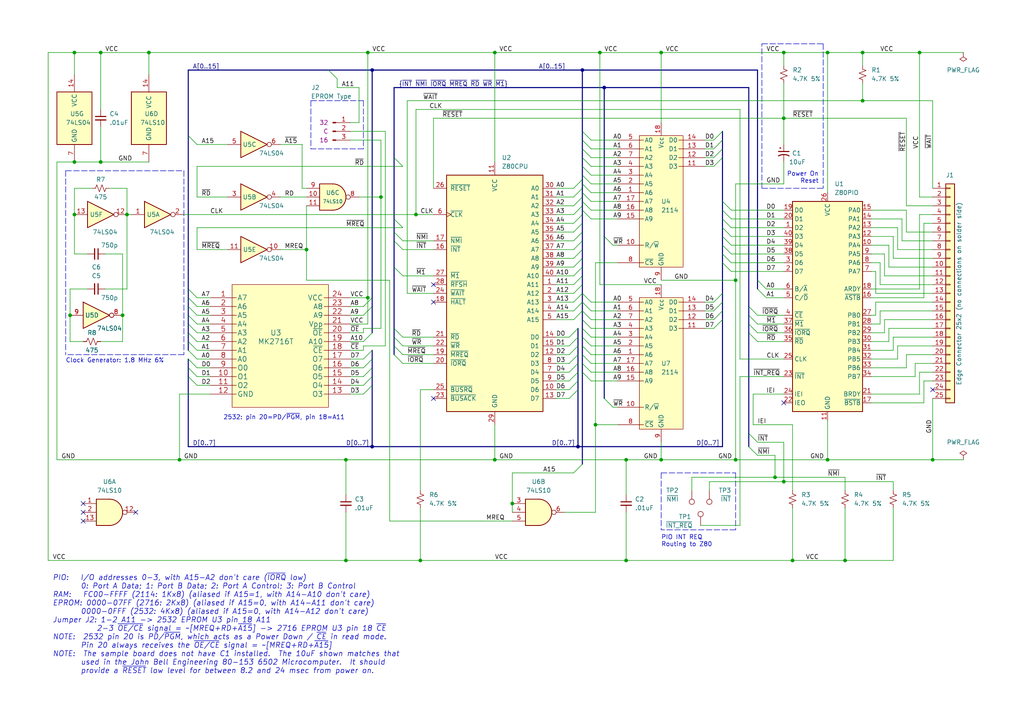
<source format=kicad_sch>
(kicad_sch (version 20211123) (generator eeschema)
  (paper "A4")
  (title_block (title "80-280 Z80 Computer") (date "2022-08-09") (rev "1.8") (company "John Bell Jr.") (comment 1 "NOTE: EPROM 2716 2Kx8 or 2532 4Kx8") (comment 2 "07/27/2022 Verified by continuity check") (comment 3 "by Sig Nin, Morgan Hill, CA") (comment 4 "Reverse engineering from sample board"))
  (junction (at 143.51 15.24))
  (junction (at 110.49 57.15))
  (junction (at 120.65 62.23))
  (junction (at 106.68 86.36))
  (junction (at 240.03 133.35))
  (junction (at 21.59 46.99))
  (junction (at 181.61 162.56))
  (junction (at 100.33 133.35))
  (junction (at 227.33 15.24))
  (junction (at 250.19 29.21))
  (junction (at 175.26 25.4))
  (junction (at 172.72 123.19))
  (junction (at 266.7 15.24))
  (junction (at 213.36 81.28))
  (junction (at 100.33 162.56))
  (junction (at 173.99 15.24))
  (junction (at 227.33 34.29))
  (junction (at 21.59 62.23))
  (junction (at 229.87 162.56))
  (junction (at 245.11 162.56))
  (junction (at 43.18 15.24))
  (junction (at 88.9 72.39))
  (junction (at 191.77 133.35))
  (junction (at 191.77 15.24))
  (junction (at 213.36 133.35))
  (junction (at 167.64 129.54))
  (junction (at 148.59 146.05))
  (junction (at 168.91 20.32))
  (junction (at 106.68 15.24))
  (junction (at 29.21 15.24))
  (junction (at 227.33 139.7))
  (junction (at 21.59 15.24))
  (junction (at 29.21 46.99))
  (junction (at 107.95 20.32))
  (junction (at 250.19 15.24))
  (junction (at 143.51 133.35))
  (junction (at 35.56 91.44))
  (junction (at 36.83 62.23))
  (junction (at 52.07 133.35))
  (junction (at 270.51 133.35))
  (junction (at 224.79 138.43))
  (junction (at 121.92 162.56))
  (junction (at 181.61 133.35))
  (junction (at 240.03 15.24))
  (junction (at 20.32 91.44))
  (junction (at 107.95 129.54))
  (no_connect (at 125.73 82.55))
  (no_connect (at 270.51 113.03))
  (no_connect (at 24.13 146.05))
  (no_connect (at 24.13 148.59))
  (no_connect (at 227.33 116.84))
  (no_connect (at 125.73 87.63))
  (no_connect (at 125.73 115.57))
  (no_connect (at 39.37 148.59))
  (no_connect (at 24.13 151.13))
  (bus_entry (at 168.91 77.47) (size -2.54 2.54))
  (bus_entry (at 167.64 100.33) (size -2.54 2.54))
  (bus_entry (at 167.64 97.79) (size -2.54 2.54))
  (bus_entry (at 167.64 102.87) (size -2.54 2.54))
  (bus_entry (at 167.64 105.41) (size -2.54 2.54))
  (bus_entry (at 167.64 107.95) (size -2.54 2.54))
  (bus_entry (at 167.64 110.49) (size -2.54 2.54))
  (bus_entry (at 167.64 113.03) (size -2.54 2.54))
  (bus_entry (at 167.64 95.25) (size -2.54 2.54))
  (bus_entry (at 107.95 86.36) (size -2.54 2.54))
  (bus_entry (at 107.95 88.9) (size -2.54 2.54))
  (bus_entry (at 107.95 96.52) (size -2.54 2.54))
  (bus_entry (at 168.91 54.61) (size -2.54 2.54))
  (bus_entry (at 209.55 45.72) (size -2.54 2.54))
  (bus_entry (at 114.3 95.25) (size 2.54 2.54))
  (bus_entry (at 107.95 101.6) (size -2.54 2.54))
  (bus_entry (at 107.95 106.68) (size -2.54 2.54))
  (bus_entry (at 107.95 104.14) (size -2.54 2.54))
  (bus_entry (at 107.95 109.22) (size -2.54 2.54))
  (bus_entry (at 107.95 111.76) (size -2.54 2.54))
  (bus_entry (at 168.91 62.23) (size -2.54 2.54))
  (bus_entry (at 114.3 100.33) (size 2.54 2.54))
  (bus_entry (at 114.3 97.79) (size 2.54 2.54))
  (bus_entry (at 168.91 80.01) (size -2.54 2.54))
  (bus_entry (at 168.91 85.09) (size -2.54 2.54))
  (bus_entry (at 168.91 134.62) (size -2.54 2.54))
  (bus_entry (at 95.25 20.32) (size 2.54 2.54))
  (bus_entry (at 175.26 115.57) (size 2.54 2.54))
  (bus_entry (at 114.3 45.72) (size 2.54 2.54))
  (bus_entry (at 114.3 63.5) (size 2.54 2.54))
  (bus_entry (at 168.91 72.39) (size -2.54 2.54))
  (bus_entry (at 217.17 88.9) (size 2.54 2.54))
  (bus_entry (at 54.61 39.37) (size 2.54 2.54))
  (bus_entry (at 168.91 74.93) (size -2.54 2.54))
  (bus_entry (at 217.17 96.52) (size 2.54 2.54))
  (bus_entry (at 168.91 67.31) (size -2.54 2.54))
  (bus_entry (at 209.55 40.64) (size -2.54 2.54))
  (bus_entry (at 219.71 83.82) (size 2.54 2.54))
  (bus_entry (at 219.71 81.28) (size 2.54 2.54))
  (bus_entry (at 168.91 57.15) (size -2.54 2.54))
  (bus_entry (at 54.61 109.22) (size 2.54 2.54))
  (bus_entry (at 54.61 104.14) (size 2.54 2.54))
  (bus_entry (at 54.61 106.68) (size 2.54 2.54))
  (bus_entry (at 114.3 67.31) (size 2.54 2.54))
  (bus_entry (at 114.3 69.85) (size 2.54 2.54))
  (bus_entry (at 114.3 77.47) (size 2.54 2.54))
  (bus_entry (at 209.55 38.1) (size -2.54 2.54))
  (bus_entry (at 209.55 58.42) (size 2.54 2.54))
  (bus_entry (at 209.55 60.96) (size 2.54 2.54))
  (bus_entry (at 209.55 63.5) (size 2.54 2.54))
  (bus_entry (at 209.55 66.04) (size 2.54 2.54))
  (bus_entry (at 209.55 68.58) (size 2.54 2.54))
  (bus_entry (at 209.55 71.12) (size 2.54 2.54))
  (bus_entry (at 209.55 73.66) (size 2.54 2.54))
  (bus_entry (at 209.55 76.2) (size 2.54 2.54))
  (bus_entry (at 209.55 92.71) (size -2.54 2.54))
  (bus_entry (at 209.55 90.17) (size -2.54 2.54))
  (bus_entry (at 209.55 87.63) (size -2.54 2.54))
  (bus_entry (at 209.55 85.09) (size -2.54 2.54))
  (bus_entry (at 168.91 69.85) (size -2.54 2.54))
  (bus_entry (at 168.91 38.1) (size 2.54 2.54))
  (bus_entry (at 168.91 40.64) (size 2.54 2.54))
  (bus_entry (at 168.91 55.88) (size 2.54 2.54))
  (bus_entry (at 168.91 58.42) (size 2.54 2.54))
  (bus_entry (at 168.91 60.96) (size 2.54 2.54))
  (bus_entry (at 168.91 43.18) (size 2.54 2.54))
  (bus_entry (at 168.91 45.72) (size 2.54 2.54))
  (bus_entry (at 168.91 48.26) (size 2.54 2.54))
  (bus_entry (at 168.91 50.8) (size 2.54 2.54))
  (bus_entry (at 168.91 53.34) (size 2.54 2.54))
  (bus_entry (at 217.17 125.73) (size 2.54 2.54))
  (bus_entry (at 168.91 82.55) (size -2.54 2.54))
  (bus_entry (at 54.61 101.6) (size 2.54 2.54))
  (bus_entry (at 175.26 68.58) (size 2.54 2.54))
  (bus_entry (at 217.17 91.44) (size 2.54 2.54))
  (bus_entry (at 217.17 93.98) (size 2.54 2.54))
  (bus_entry (at 114.3 102.87) (size 2.54 2.54))
  (bus_entry (at 168.91 59.69) (size -2.54 2.54))
  (bus_entry (at 168.91 90.17) (size -2.54 2.54))
  (bus_entry (at 54.61 96.52) (size 2.54 2.54))
  (bus_entry (at 54.61 93.98) (size 2.54 2.54))
  (bus_entry (at 54.61 91.44) (size 2.54 2.54))
  (bus_entry (at 54.61 99.06) (size 2.54 2.54))
  (bus_entry (at 54.61 88.9) (size 2.54 2.54))
  (bus_entry (at 54.61 86.36) (size 2.54 2.54))
  (bus_entry (at 54.61 83.82) (size 2.54 2.54))
  (bus_entry (at 168.91 87.63) (size -2.54 2.54))
  (bus_entry (at 217.17 129.54) (size 2.54 2.54))
  (bus_entry (at 168.91 64.77) (size -2.54 2.54))
  (bus_entry (at 168.91 52.07) (size -2.54 2.54))
  (bus_entry (at 168.91 87.63) (size 2.54 2.54))
  (bus_entry (at 168.91 90.17) (size 2.54 2.54))
  (bus_entry (at 168.91 95.25) (size 2.54 2.54))
  (bus_entry (at 168.91 92.71) (size 2.54 2.54))
  (bus_entry (at 168.91 85.09) (size 2.54 2.54))
  (bus_entry (at 168.91 102.87) (size 2.54 2.54))
  (bus_entry (at 168.91 107.95) (size 2.54 2.54))
  (bus_entry (at 168.91 105.41) (size 2.54 2.54))
  (bus_entry (at 168.91 100.33) (size 2.54 2.54))
  (bus_entry (at 168.91 97.79) (size 2.54 2.54))
  (bus_entry (at 209.55 43.18) (size -2.54 2.54))
  (wire (pts (xy 219.71 96.52) (xy 227.33 96.52)))
  (bus (pts (xy 95.25 20.32) (xy 107.95 20.32)))
  (wire (pts (xy 252.73 68.58) (xy 259.08 68.58)))
  (wire (pts (xy 57.15 111.76) (xy 60.96 111.76)))
  (wire (pts (xy 212.09 66.04) (xy 227.33 66.04)))
  (wire (pts (xy 121.92 147.32) (xy 121.92 162.56)))
  (wire (pts (xy 252.73 109.22) (xy 265.43 109.22)))
  (bus (pts (xy 168.91 74.93) (xy 168.91 77.47)))
  (wire (pts (xy 66.04 72.39) (xy 57.15 72.39)))
  (wire (pts (xy 227.33 24.13) (xy 227.33 34.29)))
  (wire (pts (xy 267.97 116.84) (xy 267.97 110.49)))
  (wire (pts (xy 270.51 62.23) (xy 266.7 62.23)))
  (wire (pts (xy 104.14 35.56) (xy 101.6 35.56)))
  (wire (pts (xy 29.21 46.99) (xy 43.18 46.99)))
  (bus (pts (xy 168.91 20.32) (xy 219.71 20.32)))
  (wire (pts (xy 212.09 78.74) (xy 227.33 78.74)))
  (bus (pts (xy 209.55 90.17) (xy 209.55 92.71)))
  (polyline (pts (xy 90.17 29.21) (xy 90.17 43.18)))
  (wire (pts (xy 29.21 36.83) (xy 29.21 46.99)))
  (wire (pts (xy 35.56 99.06) (xy 35.56 91.44)))
  (wire (pts (xy 161.29 102.87) (xy 165.1 102.87)))
  (wire (pts (xy 118.11 29.21) (xy 118.11 85.09)))
  (bus (pts (xy 168.91 52.07) (xy 168.91 53.34)))
  (wire (pts (xy 252.73 96.52) (xy 256.54 96.52)))
  (wire (pts (xy 255.27 90.17) (xy 270.51 90.17)))
  (wire (pts (xy 26.67 54.61) (xy 21.59 54.61)))
  (polyline (pts (xy 19.05 49.53) (xy 53.34 49.53)))
  (wire (pts (xy 212.09 60.96) (xy 227.33 60.96)))
  (wire (pts (xy 252.73 106.68) (xy 262.89 106.68)))
  (bus (pts (xy 107.95 109.22) (xy 107.95 111.76)))
  (bus (pts (xy 107.95 106.68) (xy 107.95 109.22)))
  (wire (pts (xy 213.36 53.34) (xy 213.36 81.28)))
  (wire (pts (xy 30.48 83.82) (xy 36.83 83.82)))
  (wire (pts (xy 57.15 101.6) (xy 60.96 101.6)))
  (bus (pts (xy 168.91 60.96) (xy 168.91 62.23)))
  (wire (pts (xy 171.45 43.18) (xy 179.07 43.18)))
  (wire (pts (xy 252.73 83.82) (xy 266.7 83.82)))
  (wire (pts (xy 171.45 95.25) (xy 179.07 95.25)))
  (wire (pts (xy 101.6 96.52) (xy 105.41 96.52)))
  (wire (pts (xy 57.15 96.52) (xy 60.96 96.52)))
  (wire (pts (xy 213.36 53.34) (xy 227.33 53.34)))
  (wire (pts (xy 266.7 15.24) (xy 266.7 57.15)))
  (wire (pts (xy 240.03 121.92) (xy 240.03 133.35)))
  (wire (pts (xy 57.15 72.39) (xy 57.15 66.04)))
  (polyline (pts (xy 19.05 49.53) (xy 19.05 102.87)))
  (wire (pts (xy 214.63 104.14) (xy 227.33 104.14)))
  (bus (pts (xy 209.55 63.5) (xy 209.55 66.04)))
  (wire (pts (xy 259.08 68.58) (xy 259.08 74.93)))
  (wire (pts (xy 29.21 31.75) (xy 29.21 15.24)))
  (wire (pts (xy 172.72 76.2) (xy 172.72 123.19)))
  (wire (pts (xy 179.07 76.2) (xy 172.72 76.2)))
  (bus (pts (xy 107.95 88.9) (xy 107.95 96.52)))
  (wire (pts (xy 214.63 109.22) (xy 227.33 109.22)))
  (wire (pts (xy 106.68 15.24) (xy 143.51 15.24)))
  (wire (pts (xy 266.7 107.95) (xy 270.51 107.95)))
  (wire (pts (xy 101.6 88.9) (xy 105.41 88.9)))
  (wire (pts (xy 267.97 110.49) (xy 270.51 110.49)))
  (bus (pts (xy 168.91 20.32) (xy 168.91 38.1)))
  (wire (pts (xy 21.59 73.66) (xy 21.59 62.23)))
  (bus (pts (xy 168.91 85.09) (xy 168.91 87.63)))
  (wire (pts (xy 143.51 123.19) (xy 143.51 133.35)))
  (wire (pts (xy 57.15 104.14) (xy 60.96 104.14)))
  (wire (pts (xy 13.97 15.24) (xy 13.97 162.56)))
  (wire (pts (xy 181.61 162.56) (xy 229.87 162.56)))
  (bus (pts (xy 114.3 67.31) (xy 114.3 69.85)))
  (wire (pts (xy 171.45 53.34) (xy 179.07 53.34)))
  (wire (pts (xy 259.08 142.24) (xy 259.08 139.7)))
  (wire (pts (xy 229.87 123.19) (xy 229.87 142.24)))
  (wire (pts (xy 219.71 91.44) (xy 227.33 91.44)))
  (bus (pts (xy 209.55 68.58) (xy 209.55 71.12)))
  (bus (pts (xy 209.55 87.63) (xy 209.55 90.17)))
  (wire (pts (xy 252.73 78.74) (xy 254 78.74)))
  (bus (pts (xy 54.61 93.98) (xy 54.61 91.44)))
  (bus (pts (xy 114.3 100.33) (xy 114.3 102.87)))
  (wire (pts (xy 57.15 93.98) (xy 60.96 93.98)))
  (wire (pts (xy 270.51 29.21) (xy 270.51 54.61)))
  (wire (pts (xy 227.33 15.24) (xy 240.03 15.24)))
  (wire (pts (xy 262.89 102.87) (xy 270.51 102.87)))
  (wire (pts (xy 161.29 59.69) (xy 166.37 59.69)))
  (bus (pts (xy 209.55 73.66) (xy 209.55 76.2)))
  (wire (pts (xy 270.51 133.35) (xy 279.4 133.35)))
  (wire (pts (xy 254 85.09) (xy 270.51 85.09)))
  (polyline (pts (xy 90.17 29.21) (xy 105.41 29.21)))
  (wire (pts (xy 227.33 34.29) (xy 262.89 34.29)))
  (wire (pts (xy 120.65 62.23) (xy 125.73 62.23)))
  (bus (pts (xy 209.55 45.72) (xy 209.55 58.42)))
  (bus (pts (xy 168.91 57.15) (xy 168.91 58.42)))
  (wire (pts (xy 57.15 109.22) (xy 60.96 109.22)))
  (bus (pts (xy 217.17 96.52) (xy 217.17 125.73)))
  (wire (pts (xy 250.19 15.24) (xy 266.7 15.24)))
  (wire (pts (xy 161.29 110.49) (xy 165.1 110.49)))
  (bus (pts (xy 209.55 85.09) (xy 209.55 87.63)))
  (wire (pts (xy 260.35 72.39) (xy 270.51 72.39)))
  (wire (pts (xy 43.18 15.24) (xy 43.18 21.59)))
  (wire (pts (xy 101.6 114.3) (xy 105.41 114.3)))
  (wire (pts (xy 110.49 40.64) (xy 110.49 57.15)))
  (wire (pts (xy 110.49 95.25) (xy 110.49 57.15)))
  (bus (pts (xy 209.55 40.64) (xy 209.55 43.18)))
  (polyline (pts (xy 220.98 54.61) (xy 220.98 12.7)))
  (wire (pts (xy 171.45 60.96) (xy 179.07 60.96)))
  (wire (pts (xy 252.73 114.3) (xy 266.7 114.3)))
  (wire (pts (xy 259.08 74.93) (xy 270.51 74.93)))
  (wire (pts (xy 257.81 95.25) (xy 270.51 95.25)))
  (wire (pts (xy 245.11 142.24) (xy 245.11 138.43)))
  (bus (pts (xy 114.3 63.5) (xy 114.3 67.31)))
  (bus (pts (xy 168.91 87.63) (xy 168.91 90.17)))
  (bus (pts (xy 167.64 102.87) (xy 167.64 105.41)))
  (wire (pts (xy 205.74 142.24) (xy 205.74 139.7)))
  (wire (pts (xy 172.72 123.19) (xy 179.07 123.19)))
  (wire (pts (xy 21.59 54.61) (xy 21.59 62.23)))
  (bus (pts (xy 168.91 64.77) (xy 168.91 67.31)))
  (wire (pts (xy 240.03 133.35) (xy 270.51 133.35)))
  (wire (pts (xy 171.45 55.88) (xy 179.07 55.88)))
  (bus (pts (xy 107.95 129.54) (xy 167.64 129.54)))
  (wire (pts (xy 219.71 93.98) (xy 227.33 93.98)))
  (bus (pts (xy 219.71 81.28) (xy 219.71 83.82)))
  (bus (pts (xy 167.64 129.54) (xy 209.55 129.54)))
  (wire (pts (xy 101.6 111.76) (xy 105.41 111.76)))
  (wire (pts (xy 257.81 77.47) (xy 270.51 77.47)))
  (bus (pts (xy 168.91 59.69) (xy 168.91 60.96)))
  (wire (pts (xy 173.99 15.24) (xy 191.77 15.24)))
  (wire (pts (xy 161.29 115.57) (xy 165.1 115.57)))
  (bus (pts (xy 168.91 72.39) (xy 168.91 74.93)))
  (bus (pts (xy 114.3 25.4) (xy 114.3 45.72)))
  (wire (pts (xy 57.15 86.36) (xy 60.96 86.36)))
  (wire (pts (xy 16.51 133.35) (xy 16.51 46.99)))
  (wire (pts (xy 57.15 66.04) (xy 116.84 66.04)))
  (wire (pts (xy 240.03 15.24) (xy 250.19 15.24)))
  (wire (pts (xy 143.51 15.24) (xy 173.99 15.24)))
  (wire (pts (xy 270.51 64.77) (xy 267.97 64.77)))
  (wire (pts (xy 266.7 62.23) (xy 266.7 83.82)))
  (wire (pts (xy 171.45 97.79) (xy 179.07 97.79)))
  (wire (pts (xy 191.77 128.27) (xy 191.77 133.35)))
  (wire (pts (xy 255.27 76.2) (xy 255.27 82.55)))
  (bus (pts (xy 167.64 107.95) (xy 167.64 110.49)))
  (wire (pts (xy 25.4 73.66) (xy 21.59 73.66)))
  (wire (pts (xy 57.15 91.44) (xy 60.96 91.44)))
  (bus (pts (xy 175.26 25.4) (xy 175.26 68.58)))
  (wire (pts (xy 121.92 113.03) (xy 121.92 142.24)))
  (bus (pts (xy 175.26 68.58) (xy 175.26 115.57)))
  (wire (pts (xy 113.03 151.13) (xy 113.03 81.28)))
  (wire (pts (xy 116.84 72.39) (xy 125.73 72.39)))
  (wire (pts (xy 125.73 34.29) (xy 125.73 54.61)))
  (wire (pts (xy 30.48 73.66) (xy 35.56 73.66)))
  (wire (pts (xy 161.29 97.79) (xy 165.1 97.79)))
  (wire (pts (xy 227.33 99.06) (xy 219.71 99.06)))
  (bus (pts (xy 167.64 97.79) (xy 167.64 100.33)))
  (wire (pts (xy 204.47 43.18) (xy 207.01 43.18)))
  (wire (pts (xy 87.63 41.91) (xy 87.63 54.61)))
  (wire (pts (xy 101.6 93.98) (xy 106.68 93.98)))
  (wire (pts (xy 229.87 147.32) (xy 229.87 162.56)))
  (bus (pts (xy 168.91 45.72) (xy 168.91 48.26)))
  (wire (pts (xy 252.73 91.44) (xy 254 91.44)))
  (bus (pts (xy 54.61 106.68) (xy 54.61 109.22)))
  (bus (pts (xy 54.61 20.32) (xy 95.25 20.32)))
  (wire (pts (xy 113.03 81.28) (xy 88.9 81.28)))
  (wire (pts (xy 116.84 105.41) (xy 125.73 105.41)))
  (wire (pts (xy 87.63 54.61) (xy 88.9 54.61)))
  (wire (pts (xy 259.08 97.79) (xy 270.51 97.79)))
  (polyline (pts (xy 213.36 153.67) (xy 191.77 153.67)))
  (wire (pts (xy 101.6 86.36) (xy 106.68 86.36)))
  (wire (pts (xy 101.6 101.6) (xy 105.41 101.6)))
  (wire (pts (xy 104.14 57.15) (xy 110.49 57.15)))
  (wire (pts (xy 203.2 152.4) (xy 214.63 152.4)))
  (wire (pts (xy 213.36 81.28) (xy 213.36 133.35)))
  (bus (pts (xy 54.61 88.9) (xy 54.61 86.36)))
  (wire (pts (xy 204.47 90.17) (xy 207.01 90.17)))
  (bus (pts (xy 168.91 107.95) (xy 168.91 134.62)))
  (wire (pts (xy 177.8 71.12) (xy 179.07 71.12)))
  (wire (pts (xy 191.77 81.28) (xy 213.36 81.28)))
  (wire (pts (xy 171.45 102.87) (xy 179.07 102.87)))
  (bus (pts (xy 54.61 86.36) (xy 54.61 83.82)))
  (wire (pts (xy 101.6 99.06) (xy 105.41 99.06)))
  (bus (pts (xy 167.64 113.03) (xy 167.64 129.54)))
  (wire (pts (xy 171.45 40.64) (xy 179.07 40.64)))
  (bus (pts (xy 107.95 101.6) (xy 107.95 104.14)))
  (wire (pts (xy 161.29 77.47) (xy 166.37 77.47)))
  (bus (pts (xy 209.55 66.04) (xy 209.55 68.58)))
  (wire (pts (xy 259.08 147.32) (xy 259.08 162.56)))
  (wire (pts (xy 100.33 162.56) (xy 121.92 162.56)))
  (bus (pts (xy 114.3 95.25) (xy 114.3 97.79)))
  (bus (pts (xy 54.61 129.54) (xy 107.95 129.54)))
  (wire (pts (xy 204.47 40.64) (xy 207.01 40.64)))
  (wire (pts (xy 120.65 31.75) (xy 214.63 31.75)))
  (polyline (pts (xy 105.41 29.21) (xy 105.41 43.18)))
  (wire (pts (xy 173.99 15.24) (xy 173.99 82.55)))
  (wire (pts (xy 255.27 93.98) (xy 255.27 90.17)))
  (wire (pts (xy 171.45 87.63) (xy 179.07 87.63)))
  (wire (pts (xy 252.73 99.06) (xy 257.81 99.06)))
  (wire (pts (xy 101.6 104.14) (xy 105.41 104.14)))
  (wire (pts (xy 116.84 102.87) (xy 125.73 102.87)))
  (wire (pts (xy 212.09 73.66) (xy 227.33 73.66)))
  (wire (pts (xy 100.33 148.59) (xy 100.33 162.56)))
  (wire (pts (xy 21.59 15.24) (xy 29.21 15.24)))
  (wire (pts (xy 148.59 146.05) (xy 148.59 137.16)))
  (wire (pts (xy 260.35 100.33) (xy 270.51 100.33)))
  (wire (pts (xy 161.29 87.63) (xy 166.37 87.63)))
  (bus (pts (xy 107.95 20.32) (xy 107.95 86.36)))
  (bus (pts (xy 209.55 129.54) (xy 209.55 92.71)))
  (wire (pts (xy 88.9 72.39) (xy 88.9 59.69)))
  (wire (pts (xy 161.29 107.95) (xy 165.1 107.95)))
  (wire (pts (xy 20.32 99.06) (xy 20.32 91.44)))
  (wire (pts (xy 250.19 29.21) (xy 270.51 29.21)))
  (bus (pts (xy 54.61 96.52) (xy 54.61 93.98)))
  (wire (pts (xy 171.45 110.49) (xy 179.07 110.49)))
  (wire (pts (xy 262.89 59.69) (xy 262.89 34.29)))
  (wire (pts (xy 227.33 139.7) (xy 259.08 139.7)))
  (wire (pts (xy 266.7 15.24) (xy 279.4 15.24)))
  (bus (pts (xy 168.91 54.61) (xy 168.91 55.88)))
  (wire (pts (xy 25.4 83.82) (xy 20.32 83.82)))
  (wire (pts (xy 161.29 57.15) (xy 166.37 57.15)))
  (wire (pts (xy 212.09 68.58) (xy 227.33 68.58)))
  (bus (pts (xy 209.55 76.2) (xy 209.55 85.09)))
  (wire (pts (xy 57.15 57.15) (xy 57.15 48.26)))
  (bus (pts (xy 168.91 38.1) (xy 168.91 40.64)))
  (wire (pts (xy 31.75 54.61) (xy 36.83 54.61)))
  (wire (pts (xy 161.29 62.23) (xy 166.37 62.23)))
  (wire (pts (xy 227.33 53.34) (xy 227.33 46.99)))
  (wire (pts (xy 259.08 101.6) (xy 259.08 97.79)))
  (bus (pts (xy 107.95 104.14) (xy 107.95 106.68)))
  (wire (pts (xy 43.18 15.24) (xy 106.68 15.24)))
  (wire (pts (xy 227.33 128.27) (xy 227.33 139.7)))
  (wire (pts (xy 214.63 31.75) (xy 214.63 104.14)))
  (wire (pts (xy 219.71 128.27) (xy 227.33 128.27)))
  (wire (pts (xy 106.68 86.36) (xy 106.68 15.24)))
  (wire (pts (xy 212.09 63.5) (xy 227.33 63.5)))
  (wire (pts (xy 101.6 40.64) (xy 110.49 40.64)))
  (bus (pts (xy 54.61 109.22) (xy 54.61 129.54)))
  (wire (pts (xy 256.54 73.66) (xy 256.54 80.01)))
  (bus (pts (xy 114.3 69.85) (xy 114.3 77.47)))
  (wire (pts (xy 224.79 132.08) (xy 224.79 138.43)))
  (wire (pts (xy 116.84 69.85) (xy 125.73 69.85)))
  (wire (pts (xy 227.33 15.24) (xy 227.33 19.05)))
  (wire (pts (xy 252.73 60.96) (xy 262.89 60.96)))
  (wire (pts (xy 250.19 15.24) (xy 250.19 19.05)))
  (bus (pts (xy 54.61 91.44) (xy 54.61 88.9)))
  (wire (pts (xy 161.29 92.71) (xy 166.37 92.71)))
  (wire (pts (xy 212.09 71.12) (xy 227.33 71.12)))
  (wire (pts (xy 116.84 97.79) (xy 125.73 97.79)))
  (wire (pts (xy 52.07 133.35) (xy 16.51 133.35)))
  (wire (pts (xy 36.83 54.61) (xy 36.83 62.23)))
  (bus (pts (xy 54.61 101.6) (xy 54.61 99.06)))
  (bus (pts (xy 168.91 53.34) (xy 168.91 54.61)))
  (bus (pts (xy 168.91 48.26) (xy 168.91 50.8)))
  (wire (pts (xy 163.83 148.59) (xy 172.72 148.59)))
  (wire (pts (xy 261.62 63.5) (xy 261.62 69.85)))
  (bus (pts (xy 209.55 58.42) (xy 209.55 60.96)))
  (bus (pts (xy 54.61 20.32) (xy 54.61 39.37)))
  (wire (pts (xy 161.29 80.01) (xy 166.37 80.01)))
  (bus (pts (xy 168.91 80.01) (xy 168.91 82.55)))
  (bus (pts (xy 168.91 90.17) (xy 168.91 92.71)))
  (wire (pts (xy 121.92 162.56) (xy 181.61 162.56)))
  (wire (pts (xy 57.15 48.26) (xy 116.84 48.26)))
  (bus (pts (xy 167.64 110.49) (xy 167.64 113.03)))
  (wire (pts (xy 20.32 83.82) (xy 20.32 91.44)))
  (wire (pts (xy 219.71 132.08) (xy 224.79 132.08)))
  (wire (pts (xy 191.77 82.55) (xy 173.99 82.55)))
  (bus (pts (xy 209.55 60.96) (xy 209.55 63.5)))
  (wire (pts (xy 240.03 55.88) (xy 240.03 15.24)))
  (wire (pts (xy 270.51 59.69) (xy 262.89 59.69)))
  (wire (pts (xy 111.76 38.1) (xy 111.76 100.33)))
  (bus (pts (xy 54.61 99.06) (xy 54.61 96.52)))
  (wire (pts (xy 161.29 85.09) (xy 166.37 85.09)))
  (wire (pts (xy 200.66 142.24) (xy 200.66 138.43)))
  (wire (pts (xy 21.59 15.24) (xy 21.59 21.59)))
  (wire (pts (xy 36.83 62.23) (xy 38.1 62.23)))
  (wire (pts (xy 214.63 152.4) (xy 214.63 109.22)))
  (bus (pts (xy 107.95 111.76) (xy 107.95 129.54)))
  (wire (pts (xy 265.43 109.22) (xy 265.43 105.41)))
  (wire (pts (xy 105.41 100.33) (xy 105.41 101.6)))
  (wire (pts (xy 191.77 133.35) (xy 181.61 133.35)))
  (bus (pts (xy 219.71 81.28) (xy 219.71 20.32)))
  (wire (pts (xy 270.51 115.57) (xy 270.51 133.35)))
  (wire (pts (xy 104.14 25.4) (xy 97.79 25.4)))
  (wire (pts (xy 254 91.44) (xy 254 87.63)))
  (polyline (pts (xy 191.77 137.16) (xy 213.36 137.16)))
  (wire (pts (xy 267.97 64.77) (xy 267.97 86.36)))
  (wire (pts (xy 161.29 113.03) (xy 165.1 113.03)))
  (wire (pts (xy 121.92 113.03) (xy 125.73 113.03)))
  (wire (pts (xy 200.66 138.43) (xy 224.79 138.43)))
  (wire (pts (xy 120.65 31.75) (xy 120.65 62.23)))
  (bus (pts (xy 54.61 104.14) (xy 54.61 106.68)))
  (wire (pts (xy 57.15 99.06) (xy 60.96 99.06)))
  (wire (pts (xy 171.45 100.33) (xy 179.07 100.33)))
  (wire (pts (xy 261.62 69.85) (xy 270.51 69.85)))
  (wire (pts (xy 57.15 57.15) (xy 66.04 57.15)))
  (wire (pts (xy 161.29 69.85) (xy 166.37 69.85)))
  (wire (pts (xy 171.45 105.41) (xy 179.07 105.41)))
  (wire (pts (xy 245.11 147.32) (xy 245.11 162.56)))
  (wire (pts (xy 106.68 93.98) (xy 106.68 86.36)))
  (wire (pts (xy 171.45 48.26) (xy 179.07 48.26)))
  (bus (pts (xy 209.55 43.18) (xy 209.55 45.72)))
  (wire (pts (xy 101.6 38.1) (xy 111.76 38.1)))
  (wire (pts (xy 148.59 151.13) (xy 113.03 151.13)))
  (wire (pts (xy 229.87 162.56) (xy 245.11 162.56)))
  (bus (pts (xy 167.64 100.33) (xy 167.64 102.87)))
  (wire (pts (xy 260.35 66.04) (xy 260.35 72.39)))
  (wire (pts (xy 256.54 96.52) (xy 256.54 92.71)))
  (bus (pts (xy 168.91 82.55) (xy 168.91 85.09)))
  (bus (pts (xy 217.17 25.4) (xy 217.17 88.9)))
  (wire (pts (xy 262.89 106.68) (xy 262.89 102.87)))
  (bus (pts (xy 209.55 38.1) (xy 209.55 40.64)))
  (wire (pts (xy 36.83 83.82) (xy 36.83 62.23)))
  (wire (pts (xy 266.7 114.3) (xy 266.7 107.95)))
  (wire (pts (xy 270.51 57.15) (xy 266.7 57.15)))
  (wire (pts (xy 125.73 34.29) (xy 227.33 34.29)))
  (wire (pts (xy 171.45 58.42) (xy 179.07 58.42)))
  (wire (pts (xy 171.45 50.8) (xy 179.07 50.8)))
  (wire (pts (xy 161.29 105.41) (xy 165.1 105.41)))
  (bus (pts (xy 168.91 97.79) (xy 168.91 100.33)))
  (wire (pts (xy 57.15 88.9) (xy 60.96 88.9)))
  (wire (pts (xy 81.28 57.15) (xy 88.9 57.15)))
  (wire (pts (xy 161.29 74.93) (xy 166.37 74.93)))
  (bus (pts (xy 168.91 62.23) (xy 168.91 64.77)))
  (wire (pts (xy 252.73 63.5) (xy 261.62 63.5)))
  (wire (pts (xy 191.77 133.35) (xy 213.36 133.35)))
  (wire (pts (xy 218.44 123.19) (xy 229.87 123.19)))
  (bus (pts (xy 168.91 95.25) (xy 168.91 97.79)))
  (wire (pts (xy 52.07 114.3) (xy 60.96 114.3)))
  (wire (pts (xy 252.73 73.66) (xy 256.54 73.66)))
  (wire (pts (xy 252.73 66.04) (xy 260.35 66.04)))
  (wire (pts (xy 161.29 64.77) (xy 166.37 64.77)))
  (bus (pts (xy 114.3 25.4) (xy 175.26 25.4)))
  (wire (pts (xy 257.81 71.12) (xy 257.81 77.47)))
  (bus (pts (xy 217.17 88.9) (xy 217.17 91.44)))
  (polyline (pts (xy 238.76 12.7) (xy 238.76 54.61)))
  (wire (pts (xy 101.6 91.44) (xy 105.41 91.44)))
  (wire (pts (xy 177.8 118.11) (xy 179.07 118.11)))
  (wire (pts (xy 88.9 81.28) (xy 88.9 72.39)))
  (wire (pts (xy 143.51 15.24) (xy 143.51 46.99)))
  (wire (pts (xy 204.47 95.25) (xy 207.01 95.25)))
  (polyline (pts (xy 220.98 54.61) (xy 238.76 54.61)))
  (bus (pts (xy 209.55 71.12) (xy 209.55 73.66)))
  (wire (pts (xy 171.45 92.71) (xy 179.07 92.71)))
  (bus (pts (xy 114.3 97.79) (xy 114.3 100.33)))
  (wire (pts (xy 267.97 86.36) (xy 252.73 86.36)))
  (wire (pts (xy 111.76 100.33) (xy 105.41 100.33)))
  (wire (pts (xy 191.77 15.24) (xy 227.33 15.24)))
  (bus (pts (xy 167.64 95.25) (xy 167.64 97.79)))
  (bus (pts (xy 217.17 91.44) (xy 217.17 93.98)))
  (wire (pts (xy 161.29 100.33) (xy 165.1 100.33)))
  (wire (pts (xy 260.35 104.14) (xy 260.35 100.33)))
  (wire (pts (xy 13.97 162.56) (xy 100.33 162.56)))
  (wire (pts (xy 161.29 72.39) (xy 166.37 72.39)))
  (wire (pts (xy 265.43 105.41) (xy 270.51 105.41)))
  (bus (pts (xy 168.91 69.85) (xy 168.91 72.39)))
  (bus (pts (xy 114.3 45.72) (xy 114.3 63.5)))
  (wire (pts (xy 218.44 123.19) (xy 218.44 114.3)))
  (bus (pts (xy 217.17 93.98) (xy 217.17 96.52)))
  (bus (pts (xy 107.95 20.32) (xy 168.91 20.32)))
  (wire (pts (xy 171.45 90.17) (xy 179.07 90.17)))
  (wire (pts (xy 181.61 148.59) (xy 181.61 162.56)))
  (wire (pts (xy 24.13 99.06) (xy 20.32 99.06)))
  (wire (pts (xy 252.73 76.2) (xy 255.27 76.2)))
  (wire (pts (xy 227.33 41.91) (xy 227.33 34.29)))
  (wire (pts (xy 254 87.63) (xy 270.51 87.63)))
  (wire (pts (xy 252.73 116.84) (xy 267.97 116.84)))
  (wire (pts (xy 161.29 90.17) (xy 166.37 90.17)))
  (polyline (pts (xy 213.36 137.16) (xy 213.36 153.67)))
  (polyline (pts (xy 220.98 12.7) (xy 238.76 12.7)))
  (wire (pts (xy 52.07 133.35) (xy 100.33 133.35)))
  (bus (pts (xy 168.91 100.33) (xy 168.91 102.87)))
  (wire (pts (xy 252.73 104.14) (xy 260.35 104.14)))
  (bus (pts (xy 167.64 105.41) (xy 167.64 107.95)))
  (wire (pts (xy 57.15 106.68) (xy 60.96 106.68)))
  (wire (pts (xy 161.29 54.61) (xy 166.37 54.61)))
  (wire (pts (xy 181.61 133.35) (xy 181.61 143.51)))
  (bus (pts (xy 168.91 102.87) (xy 168.91 105.41)))
  (wire (pts (xy 212.09 76.2) (xy 227.33 76.2)))
  (wire (pts (xy 255.27 82.55) (xy 270.51 82.55)))
  (bus (pts (xy 107.95 86.36) (xy 107.95 88.9)))
  (wire (pts (xy 257.81 99.06) (xy 257.81 95.25)))
  (wire (pts (xy 172.72 123.19) (xy 172.72 148.59)))
  (wire (pts (xy 118.11 85.09) (xy 125.73 85.09)))
  (bus (pts (xy 175.26 25.4) (xy 217.17 25.4)))
  (wire (pts (xy 16.51 46.99) (xy 21.59 46.99)))
  (wire (pts (xy 240.03 133.35) (xy 213.36 133.35)))
  (bus (pts (xy 168.91 58.42) (xy 168.91 59.69)))
  (wire (pts (xy 252.73 71.12) (xy 257.81 71.12)))
  (wire (pts (xy 171.45 107.95) (xy 179.07 107.95)))
  (polyline (pts (xy 191.77 137.16) (xy 191.77 153.67)))
  (bus (pts (xy 168.91 77.47) (xy 168.91 80.01)))
  (wire (pts (xy 29.21 15.24) (xy 43.18 15.24)))
  (wire (pts (xy 81.28 41.91) (xy 87.63 41.91)))
  (wire (pts (xy 256.54 92.71) (xy 270.51 92.71)))
  (bus (pts (xy 54.61 39.37) (xy 54.61 83.82)))
  (wire (pts (xy 57.15 41.91) (xy 66.04 41.91)))
  (wire (pts (xy 181.61 133.35) (xy 143.51 133.35)))
  (wire (pts (xy 204.47 45.72) (xy 207.01 45.72)))
  (wire (pts (xy 35.56 73.66) (xy 35.56 91.44)))
  (wire (pts (xy 13.97 15.24) (xy 21.59 15.24)))
  (wire (pts (xy 262.89 60.96) (xy 262.89 67.31)))
  (wire (pts (xy 105.41 95.25) (xy 110.49 95.25)))
  (wire (pts (xy 224.79 138.43) (xy 245.11 138.43)))
  (wire (pts (xy 256.54 80.01) (xy 270.51 80.01)))
  (wire (pts (xy 118.11 29.21) (xy 250.19 29.21)))
  (bus (pts (xy 168.91 43.18) (xy 168.91 45.72)))
  (wire (pts (xy 204.47 92.71) (xy 207.01 92.71)))
  (wire (pts (xy 29.21 99.06) (xy 35.56 99.06)))
  (bus (pts (xy 168.91 92.71) (xy 168.91 95.25)))
  (wire (pts (xy 116.84 80.01) (xy 125.73 80.01)))
  (wire (pts (xy 148.59 146.05) (xy 148.59 148.59)))
  (polyline (pts (xy 53.34 49.53) (xy 53.34 102.87)))
  (wire (pts (xy 191.77 15.24) (xy 191.77 35.56)))
  (wire (pts (xy 101.6 109.22) (xy 105.41 109.22)))
  (wire (pts (xy 148.59 137.16) (xy 166.37 137.16)))
  (bus (pts (xy 168.91 105.41) (xy 168.91 107.95)))
  (wire (pts (xy 254 78.74) (xy 254 85.09)))
  (wire (pts (xy 204.47 87.63) (xy 207.01 87.63)))
  (polyline (pts (xy 105.41 43.18) (xy 90.17 43.18)))
  (wire (pts (xy 53.34 62.23) (xy 120.65 62.23)))
  (bus (pts (xy 168.91 40.64) (xy 168.91 43.18)))
  (wire (pts (xy 116.84 100.33) (xy 125.73 100.33)))
  (wire (pts (xy 105.41 96.52) (xy 105.41 95.25)))
  (wire (pts (xy 104.14 35.56) (xy 104.14 25.4)))
  (wire (pts (xy 81.28 72.39) (xy 88.9 72.39)))
  (wire (pts (xy 21.59 46.99) (xy 29.21 46.99)))
  (wire (pts (xy 252.73 93.98) (xy 255.27 93.98)))
  (bus (pts (xy 168.91 50.8) (xy 168.91 52.07)))
  (wire (pts (xy 222.25 83.82) (xy 227.33 83.82)))
  (wire (pts (xy 171.45 45.72) (xy 179.07 45.72)))
  (wire (pts (xy 262.89 67.31) (xy 270.51 67.31)))
  (bus (pts (xy 168.91 55.88) (xy 168.91 57.15)))
  (wire (pts (xy 222.25 86.36) (xy 227.33 86.36)))
  (wire (pts (xy 205.74 139.7) (xy 227.33 139.7)))
  (bus (pts (xy 114.3 77.47) (xy 114.3 95.25)))
  (wire (pts (xy 218.44 114.3) (xy 227.33 114.3)))
  (bus (pts (xy 168.91 67.31) (xy 168.91 69.85)))
  (wire (pts (xy 100.33 133.35) (xy 143.51 133.35)))
  (polyline (pts (xy 53.34 102.87) (xy 19.05 102.87)))
  (wire (pts (xy 101.6 106.68) (xy 105.41 106.68)))
  (wire (pts (xy 171.45 63.5) (xy 179.07 63.5)))
  (wire (pts (xy 161.29 67.31) (xy 166.37 67.31)))
  (bus (pts (xy 217.17 125.73) (xy 217.17 129.54)))
  (wire (pts (xy 252.73 101.6) (xy 259.08 101.6)))
  (wire (pts (xy 97.79 25.4) (xy 97.79 22.86)))
  (wire (pts (xy 204.47 48.26) (xy 207.01 48.26)))
  (wire (pts (xy 250.19 24.13) (xy 250.19 29.21)))
  (wire (pts (xy 100.33 133.35) (xy 100.33 143.51)))
  (wire (pts (xy 52.07 114.3) (xy 52.07 133.35)))
  (wire (pts (xy 245.11 162.56) (xy 259.08 162.56)))
  (wire (pts (xy 161.29 82.55) (xy 166.37 82.55)))
  (text "2532: pin 20=PD/~{PGM}, pin 18=A11" (at 64.77 121.92 0) (effects (font (size 1.27 1.27)) (justify left bottom)))
  (text "Clock Generator: 1.8 MHz 6%" (at 19.05 105.41 0) (effects (font (size 1.27 1.27)) (justify left bottom)))
  (text "PIO INT REQ\nRouting to Z80" (at 191.77 158.75 0) (effects (font (size 1.27 1.27)) (justify left bottom)))
  (text "PIO:   I/O addresses 0-3, with A15-A2 don't care (~{IORQ} low)\n       0: Port A Data; 1: Port B Data; 2: Port A Control; 3: Port B Control\nRAM:   FC00-FFFF (2114: 1Kx8) (aliased if A15=1, with A14-A10 don't care)\nEPROM: 0000-07FF (2716: 2Kx8) (aliased if A15=0, with A14-A11 don't care)\n       0000-0FFF (2532: 4Kx8) (aliased if A15=0, with A14-A12 don't care)\nJumper J2: 1-2 A11 -> 2532 EPROM U3 pin 18 A11\n           2-3 ~{OE/CE} signal = ~[MREQ+RD+~{A15}] -> 2716 EPROM U3 pin 18 ~{CE}\nNOTE:  2532 pin 20 is PD/~{PGM}, which acts as a Power Down / ~{CE} in read mode.\n       Pin 20 always receives the ~{OE/CE} signal = ~[MREQ+RD+~{A15}]\nNOTE:  The sample board does not have C1 installed.  The 10uF shown matches that\n       used in the John Bell Engineering 80-153 6502 Microcomputer.  It should\n       provide a ~{RESET} low level for between 8.2 and 24 msec from power on." (at 15.24 195.58 0) (effects (font (size 1.524 1.524) italic) (justify left bottom)))
  (text "Power On\nReset" (at 237.49 53.34 180) (effects (font (size 1.27 1.27)) (justify right bottom)))
  (label "A0" (at 222.25 83.82 0))
  (label "GND" (at 234.95 133.35 0))
  (label "GND" (at 208.28 133.35 0))
  (label "~{M1}" (at 120.65 80.01 0))
  (label "A9" (at 101.6 91.44 0))
  (label "~{NMI}" (at 219.71 132.08 0))
  (label "D[0..7]" (at 100.33 129.54 0))
  (label "~{MREQ}" (at 100.33 66.04 0))
  (label "A15" (at 161.29 92.71 0))
  (label "D5" (at 161.29 110.49 0))
  (label "~{RESET}" (at 262.89 38.1 270))
  (label "A2" (at 58.42 99.06 0))
  (label "CLK" (at 226.06 104.14 180))
  (label "~{WR}" (at 177.8 118.11 0))
  (label "D2" (at 204.47 45.72 0))
  (label "A2" (at 177.8 92.71 0))
  (label "A1" (at 161.29 57.15 0))
  (label "~{MREQ}" (at 118.11 102.87 0))
  (label "GND" (at 34.29 46.99 0))
  (label "CLK" (at 60.96 62.23 0))
  (label "~{NMI}" (at 120.65 69.85 0))
  (label "VCC" (at 144.78 15.24 0))
  (label "D5" (at 204.47 90.17 0))
  (label "A10" (at 101.6 99.06 0))
  (label "A13" (at 161.29 87.63 0))
  (label "A6" (at 177.8 102.87 0))
  (label "A2" (at 161.29 59.69 0))
  (label "D0" (at 204.47 40.64 0))
  (label "A0" (at 58.42 104.14 0))
  (label "VCC" (at 193.04 15.24 0))
  (label "VCC" (at 101.6 93.98 0))
  (label "~{RD}" (at 102.87 48.26 0))
  (label "A11" (at 161.29 82.55 0))
  (label "D1" (at 204.47 43.18 0))
  (label "A9" (at 177.8 110.49 0))
  (label "VCC" (at 233.68 162.56 0))
  (label "GND" (at 53.34 133.35 0))
  (label "A4" (at 58.42 93.98 0))
  (label "D7" (at 161.29 115.57 0))
  (label "D4" (at 204.47 87.63 0))
  (label "D7" (at 222.25 78.74 0))
  (label "GND" (at 144.78 133.35 0))
  (label "~{RD}" (at 58.42 57.15 0))
  (label "A14" (at 161.29 90.17 0))
  (label "VCC" (at 30.48 15.24 0))
  (label "A6" (at 161.29 69.85 0))
  (label "~{OE}" (at 101.6 96.52 0))
  (label "A8" (at 177.8 60.96 0))
  (label "GND" (at 222.25 53.34 0))
  (label "~{WR}" (at 177.8 71.12 0))
  (label "A9" (at 177.8 63.5 0))
  (label "VCC" (at 255.27 15.24 0))
  (label "A3" (at 177.8 95.25 0))
  (label "A[0..15]" (at 156.21 20.32 0))
  (label "A15" (at 58.42 41.91 0))
  (label "~{WAIT}" (at 119.38 85.09 0))
  (label "D4" (at 101.6 111.76 0))
  (label "A6" (at 177.8 55.88 0))
  (label "D0" (at 161.29 97.79 0))
  (label "~{WAIT}" (at 270.51 43.18 90))
  (label "A[0..15]" (at 55.88 20.32 0))
  (label "A15" (at 157.48 137.16 0))
  (label "A5" (at 58.42 91.44 0))
  (label "~{INT}" (at 120.65 72.39 0))
  (label "D3" (at 222.25 68.58 0))
  (label "A9" (at 161.29 77.47 0))
  (label "~{RESET}" (at 229.87 34.29 0))
  (label "GND" (at 195.58 81.28 0))
  (label "A0" (at 177.8 40.64 0))
  (label "A7" (at 161.29 72.39 0))
  (label "MREQ" (at 82.55 72.39 0))
  (label "D7" (at 101.6 104.14 0))
  (label "D[0..7]" (at 201.93 129.54 0))
  (label "A1" (at 177.8 90.17 0))
  (label "~{WAIT}" (at 127 29.21 180))
  (label "A8" (at 101.6 88.9 0))
  (label "A1" (at 177.8 43.18 0))
  (label "D5" (at 101.6 109.22 0))
  (label "A4" (at 177.8 97.79 0))
  (label "VCC" (at 266.7 43.18 90))
  (label "RD" (at 82.55 57.15 0))
  (label "D2" (at 222.25 66.04 0))
  (label "~{A15}" (at 82.55 41.91 0))
  (label "D5" (at 222.25 73.66 0))
  (label "D6" (at 204.47 92.71 0))
  (label "D0" (at 222.25 60.96 0))
  (label "D6" (at 101.6 106.68 0))
  (label "~{IORQ}" (at 118.11 105.41 0))
  (label "A3" (at 58.42 96.52 0))
  (label "~{CE}" (at 101.6 101.6 0))
  (label "~{WR}" (at 119.38 100.33 0))
  (label "VCC" (at 222.25 15.24 0))
  (label "~{MREQ}" (at 58.42 72.39 0))
  (label "~{INT}" (at 254 139.7 0))
  (label "IEI" (at 219.71 123.19 0))
  (label "~{RESET}" (at 128.27 34.29 0))
  (label "A5" (at 177.8 100.33 0))
  (label "A3" (at 177.8 48.26 0))
  (label "D6" (at 161.29 113.03 0))
  (label "A7" (at 177.8 58.42 0))
  (label "A12" (at 161.29 85.09 0))
  (label "A0" (at 177.8 87.63 0))
  (label "{~{INT} ~{NMI} ~{IORQ} ~{MREQ} ~{RD} ~{WR} ~{M1}}" (at 147.32 25.4 180))
  (label "A4" (at 177.8 50.8 0))
  (label "~{M1}" (at 222.25 93.98 0))
  (label "VCC" (at 107.95 15.24 0))
  (label "D1" (at 58.42 109.22 0))
  (label "~{RD}" (at 222.25 99.06 0))
  (label "CLK" (at 121.92 62.23 0))
  (label "A8" (at 161.29 74.93 0))
  (label "A5" (at 161.29 67.31 0))
  (label "A2" (at 177.8 45.72 0))
  (label "D0" (at 58.42 106.68 0))
  (label "D1" (at 161.29 100.33 0))
  (label "A4" (at 161.29 64.77 0))
  (label "A0" (at 161.29 54.61 0))
  (label "A1" (at 222.25 86.36 0))
  (label "~{INT_REQ}" (at 218.44 109.22 0))
  (label "A11" (at 99.06 25.4 0))
  (label "VCC" (at 101.6 86.36 0))
  (label "CLK" (at 128.27 31.75 180))
  (label "A10" (at 161.29 80.01 0))
  (label "GND" (at 270.51 125.73 90))
  (label "VCC" (at 175.26 15.24 0))
  (label "D2" (at 161.29 102.87 0))
  (label "D3" (at 161.29 105.41 0))
  (label "VCC" (at 143.51 162.56 0))
  (label "A6" (at 58.42 88.9 0))
  (label "D3" (at 101.6 114.3 0))
  (label "~{NMI}" (at 240.03 138.43 0))
  (label "A8" (at 177.8 107.95 0))
  (label "IEI" (at 222.25 114.3 0))
  (label "~{INT}" (at 219.71 128.27 0))
  (label "VCC" (at 15.24 162.56 0))
  (label "D2" (at 58.42 111.76 0))
  (label "A3" (at 161.29 62.23 0))
  (label "D7" (at 204.47 95.25 0))
  (label "A7" (at 177.8 105.41 0))
  (label "VCC" (at 186.69 82.55 0))
  (label "D[0..7]" (at 55.88 129.54 0))
  (label "D4" (at 222.25 71.12 0))
  (label "~{IORQ}" (at 220.98 96.52 0))
  (label "D3" (at 204.47 48.26 0))
  (label "~{IORQ}" (at 220.98 91.44 0))
  (label "A1" (at 58.42 101.6 0))
  (label "GND" (at 17.78 133.35 0))
  (label "D4" (at 161.29 107.95 0))
  (label "D[0..7]" (at 160.02 129.54 0))
  (label "MREQ" (at 140.97 151.13 0))
  (label "A7" (at 58.42 86.36 0))
  (label "D1" (at 222.25 63.5 0))
  (label "~{RD}" (at 119.38 97.79 0))
  (label "A5" (at 177.8 53.34 0))
  (label "GND" (at 186.69 133.35 0))
  (label "D6" (at 222.25 76.2 0))
  (symbol (lib_id "Device:C_Small") (at 27.94 83.82 270) (unit 1)
    (property "Reference" "C5" (at 27.94 80.01 90))
    (property "Value" "750p" (at 31.75 86.36 90))
  )
  (symbol (lib_id "74xx:74LS10") (at 96.52 57.15 0) (unit 3)
    (property "Reference" "U6" (at 96.52 55.88 0))
    (property "Value" "74LS10" (at 96.52 58.42 0) (effects (font (size 1.016 1.016))))
    (property "Datasheet" "http://www.ti.com/lit/gpn/sn74LS10" (effects hide))
  )
  (symbol (lib_id "power:PWR_FLAG") (at 279.4 133.35 0) (unit 1)
    (property "Reference" "#FLG0101" (effects hide))
    (property "Value" "PWR_FLAG" (at 279.4 128.27 0))
  )
  (symbol (lib_id "Connector_Generic:Conn_01x25") (at 275.59 85.09 0) (unit 1)
    (property "Reference" "J1" (at 274.32 50.8 0) (effects (justify left)))
    (property "Value" "Edge Connector 25x2 (no connections on solder side)" (at 278.13 111.76 90) (effects (justify left)))
  )
  (symbol (lib_id "74xx:74LS10") (at 43.18 34.29 0) (unit 4)
    (property "Reference" "U6" (at 41.91 33.02 0) (effects (justify left)))
    (property "Value" "74LS10" (at 40.64 35.56 0) (effects (justify left)))
    (property "Datasheet" "http://www.ti.com/lit/gpn/sn74LS10" (effects hide))
  )
  (symbol (lib_id "power:PWR_FLAG") (at 279.4 15.24 0) (mirror x) (unit 1)
    (property "Reference" "#FLG0102" (effects hide))
    (property "Value" "PWR_FLAG" (at 279.4 20.32 0))
  )
  (symbol (lib_id "74xx:74LS04") (at 73.66 57.15 0) (unit 2)
    (property "Reference" "U5" (at 72.39 57.15 0))
    (property "Value" "74LS04" (at 78.74 59.69 0))
    (property "Datasheet" "http://www.ti.com/lit/gpn/sn74LS04" (effects hide))
  )
  (symbol (lib_id "Connector:TestPoint") (at 200.66 142.24 0) (mirror x) (unit 1)
    (property "Reference" "TP2" (at 196.85 142.24 0) (effects (justify right)))
    (property "Value" "~{NMI}" (at 196.85 144.78 0) (effects (justify right)))
    (property "Footprint" "TestPoint:TestPoint_Plated_Hole_D2.0mm" (effects hide))
  )
  (symbol (lib_name "2114_1") (lib_id "cbm:2114") (at 191.77 58.42 0) (unit 1)
    (property "Reference" "U4" (at 191.77 58.42 0) (effects (justify left)))
    (property "Value" "2114" (at 191.77 60.96 0) (effects (justify left)))
  )
  (symbol (lib_id "Device:C_Polarized_Small_US") (at 227.33 44.45 0) (unit 1)
    (property "Reference" "C1" (at 232.41 44.45 0) (effects (justify right)))
    (property "Value" "10uF" (at 233.68 46.99 0) (effects (justify right)))
  )
  (symbol (lib_id "Device:C_Small") (at 27.94 73.66 270) (unit 1)
    (property "Reference" "C6" (at 27.94 77.47 90))
    (property "Value" "750p" (at 31.75 71.12 90))
  )
  (symbol (lib_id "74xx:74LS04") (at 21.59 34.29 0) (unit 7)
    (property "Reference" "U5" (at 20.32 33.02 0) (effects (justify left)))
    (property "Value" "74LS04" (at 19.05 35.56 0) (effects (justify left)))
    (property "Datasheet" "http://www.ti.com/lit/gpn/sn74LS04" (effects hide))
  )
  (symbol (lib_id "Device:R_Small_US") (at 26.67 99.06 90) (unit 1)
    (property "Reference" "R8" (at 26.67 96.52 90))
    (property "Value" "475" (at 26.67 101.6 90))
  )
  (symbol (lib_id "Device:R_Small_US") (at 227.33 21.59 0) (unit 1)
    (property "Reference" "R2" (at 229.87 20.3199 0) (effects (justify left)))
    (property "Value" "4.7K 5%" (at 229.87 22.8599 0) (effects (justify left)))
    (property "Spice_Primitive" "R" (effects hide))
    (property "Spice_Model" "2700" (effects hide))
    (property "Spice_Netlist_Enabled" "Y" (effects hide))
  )
  (symbol (lib_id "Device:C_Small") (at 181.61 146.05 0) (unit 1)
    (property "Reference" "C2" (at 184.15 144.7862 0) (effects (justify left)))
    (property "Value" ".01uF" (at 184.15 147.3262 0) (effects (justify left)))
  )
  (symbol (lib_id "74xx:74LS04") (at 29.21 62.23 0) (unit 6)
    (property "Reference" "U5" (at 27.94 62.23 0))
    (property "Value" "74LS04" (at 30.48 67.31 0))
    (property "Datasheet" "http://www.ti.com/lit/gpn/sn74LS04" (effects hide))
  )
  (symbol (lib_id "Device:R_Small_US") (at 245.11 144.78 0) (unit 1)
    (property "Reference" "R4" (at 247.65 143.5099 0) (effects (justify left)))
    (property "Value" "4.7K 5%" (at 247.65 146.0499 0) (effects (justify left)))
    (property "Spice_Primitive" "R" (effects hide))
    (property "Spice_Model" "2700" (effects hide))
    (property "Spice_Netlist_Enabled" "Y" (effects hide))
  )
  (symbol (lib_id "Device:R_Small_US") (at 259.08 144.78 0) (unit 1)
    (property "Reference" "R5" (at 261.62 143.5099 0) (effects (justify left)))
    (property "Value" "4.7K 5%" (at 261.62 146.0499 0) (effects (justify left)))
    (property "Spice_Primitive" "R" (effects hide))
    (property "Spice_Model" "2700" (effects hide))
    (property "Spice_Netlist_Enabled" "Y" (effects hide))
  )
  (symbol (lib_id "Device:C_Small") (at 29.21 34.29 0) (unit 1)
    (property "Reference" "C4" (at 31.75 33.0262 0) (effects (justify left)))
    (property "Value" ".01uF" (at 31.75 35.5662 0) (effects (justify left)))
  )
  (symbol (lib_id "Device:R_Small_US") (at 229.87 144.78 0) (unit 1)
    (property "Reference" "R3" (at 232.41 143.5099 0) (effects (justify left)))
    (property "Value" "4.7K 5%" (at 232.41 146.0499 0) (effects (justify left)))
    (property "Spice_Primitive" "R" (effects hide))
    (property "Spice_Model" "2700" (effects hide))
    (property "Spice_Netlist_Enabled" "Y" (effects hide))
  )
  (symbol (lib_id "74xx:74LS04") (at 73.66 41.91 0) (unit 3)
    (property "Reference" "U5" (at 72.39 41.91 0))
    (property "Value" "74LS04" (at 78.74 44.45 0))
    (property "Datasheet" "http://www.ti.com/lit/gpn/sn74LS04" (effects hide))
  )
  (symbol (lib_id "Connector:TestPoint") (at 203.2 152.4 0) (unit 1)
    (property "Reference" "TP1" (at 196.85 149.86 0) (effects (justify left)))
    (property "Value" "~{INT_REQ}" (at 193.04 152.4 0) (effects (justify left)))
    (property "Footprint" "TestPoint:TestPoint_Plated_Hole_D2.0mm" (effects hide))
  )
  (symbol (lib_id "74xx:74LS10") (at 156.21 148.59 0) (unit 2)
    (property "Reference" "U6" (at 156.21 139.7 0))
    (property "Value" "74LS10" (at 156.21 142.24 0))
    (property "Datasheet" "http://www.ti.com/lit/gpn/sn74LS10" (effects hide))
  )
  (symbol (lib_id "Device:R_Small_US") (at 29.21 54.61 90) (unit 1)
    (property "Reference" "R7" (at 29.21 52.07 90))
    (property "Value" "475" (at 29.21 57.15 90))
  )
  (symbol (lib_id "74xx:74LS10") (at 31.75 148.59 0) (unit 1)
    (property "Reference" "U6" (at 31.75 139.7 0))
    (property "Value" "74LS10" (at 31.75 142.24 0))
    (property "Datasheet" "http://www.ti.com/lit/gpn/sn74LS10" (effects hide))
  )
  (symbol (lib_id "74xx:74LS04") (at 73.66 72.39 0) (unit 5)
    (property "Reference" "U5" (at 72.39 72.39 0))
    (property "Value" "74LS04" (at 78.74 74.93 0))
    (property "Datasheet" "http://www.ti.com/lit/gpn/sn74LS04" (effects hide))
  )
  (symbol (lib_id "cbm:2114") (at 191.77 105.41 0) (unit 1)
    (property "Reference" "U7" (at 191.77 105.41 0) (effects (justify left)))
    (property "Value" "2114" (at 191.77 107.95 0) (effects (justify left)))
  )
  (symbol (lib_id "Device:R_Small_US") (at 121.92 144.78 0) (unit 1)
    (property "Reference" "R6" (at 124.46 143.5099 0) (effects (justify left)))
    (property "Value" "4.7K 5%" (at 124.46 146.0499 0) (effects (justify left)))
    (property "Spice_Primitive" "R" (effects hide))
    (property "Spice_Model" "2700" (effects hide))
    (property "Spice_Netlist_Enabled" "Y" (effects hide))
  )
  (symbol (lib_id "Interface:Z84C20") (at 240.03 88.9 0) (unit 1)
    (property "Reference" "U1" (at 242.0494 53.34 0) (effects (justify left)))
    (property "Value" "Z80PIO" (at 242.0494 55.88 0) (effects (justify left)))
    (property "Footprint" "Package_DIP:DIP-40_W15.24mm" (effects hide))
    (property "Datasheet" "https://www.zilog.com/appnotes_download.php?FromPage=DirectLink&dn=PS0180&ft=Product%20Specification%20(Data%20Sheet)%20%20&f=YUhSMGNEb3ZMM2QzZHk1NmFXeHZaeTVqYjIwdlpHOWpjeTk2T0RBdmNITXdNVGd3TG5Ca1pnPT0=" (effects hide))
  )
  (symbol (lib_id "74xx:74LS04") (at 27.94 91.44 0) (unit 4)
    (property "Reference" "U5" (at 26.67 91.44 0))
    (property "Value" "74LS04" (at 31.75 95.25 0))
    (property "Datasheet" "http://www.ti.com/lit/gpn/sn74LS04" (effects hide))
  )
  (symbol (lib_id "Device:R_Small_US") (at 250.19 21.59 0) (unit 1)
    (property "Reference" "R1" (at 252.73 20.3199 0) (effects (justify left)))
    (property "Value" "4.7K 5%" (at 252.73 22.8599 0) (effects (justify left)))
    (property "Spice_Primitive" "R" (effects hide))
    (property "Spice_Model" "2700" (effects hide))
    (property "Spice_Netlist_Enabled" "Y" (effects hide))
  )
  (symbol (lib_id "74xx:74LS04") (at 45.72 62.23 0) (unit 1)
    (property "Reference" "U5" (at 44.45 62.23 0))
    (property "Value" "74LS04" (at 46.99 67.31 0))
    (property "Datasheet" "http://www.ti.com/lit/gpn/sn74LS04" (effects hide))
  )
  (symbol (lib_id "CPU:Z80CPU") (at 143.51 85.09 0) (unit 1)
    (property "Reference" "U2" (at 145.5294 45.72 0) (effects (justify left)))
    (property "Value" "Z80CPU" (at 145.5294 48.26 0) (effects (justify left)))
    (property "Datasheet" "www.zilog.com/manage_directlink.php?filepath=docs/z80/um0080" (effects hide))
  )
  (symbol (lib_id "Connector:TestPoint") (at 205.74 142.24 0) (mirror x) (unit 1)
    (property "Reference" "TP3" (at 212.09 142.24 0) (effects (justify right)))
    (property "Value" "~{INT}" (at 212.09 144.78 0) (effects (justify right)))
    (property "Footprint" "TestPoint:TestPoint_Plated_Hole_D2.0mm" (effects hide))
  )
  (symbol (lib_id "Device:C_Small") (at 100.33 146.05 0) (unit 1)
    (property "Reference" "C3" (at 102.87 144.7862 0) (effects (justify left)))
    (property "Value" ".01uF" (at 102.87 147.3262 0) (effects (justify left)))
  )
  (symbol (lib_id "Connector:Conn_01x03_Male") (at 96.52 38.1 0) (unit 1)
    (property "Reference" "J2" (at 92.71 25.4 0) (effects (justify right)))
    (property "Value" "EPROM Type" (at 90.17 27.94 0) (effects (justify left)))
    (property "Terminal_3" "16" (at 95.25 40.64 0) (effects (justify right)))
    (property "Terminal_2" "C" (at 95.25 38.1 0) (effects (justify right)))
    (property "Terminal_1" "32" (at 95.25 35.56 0) (effects (justify right)))
  )
  (symbol (lib_id "Memory_Mostek_EPROM:MK2716T") (at 60.96 86.36 0) (unit 1)
    (property "Reference" "U3" (at 80.01 96.52 0) (effects (font (size 1.524 1.524))))
    (property "Value" "MK2716T" (at 80.01 99.06 0) (effects (font (size 1.524 1.524))))
    (property "Footprint" "PDIP24_14P4X32P3_MCH" (effects hide))
    (property "Datasheet" "file://C:/Users/zigni/Documents/z80/KiCad/eprom-lib/MOSTEK EPROM UV-ERASABLE Datasheet.pdf" (effects hide))
  )
)
</source>
